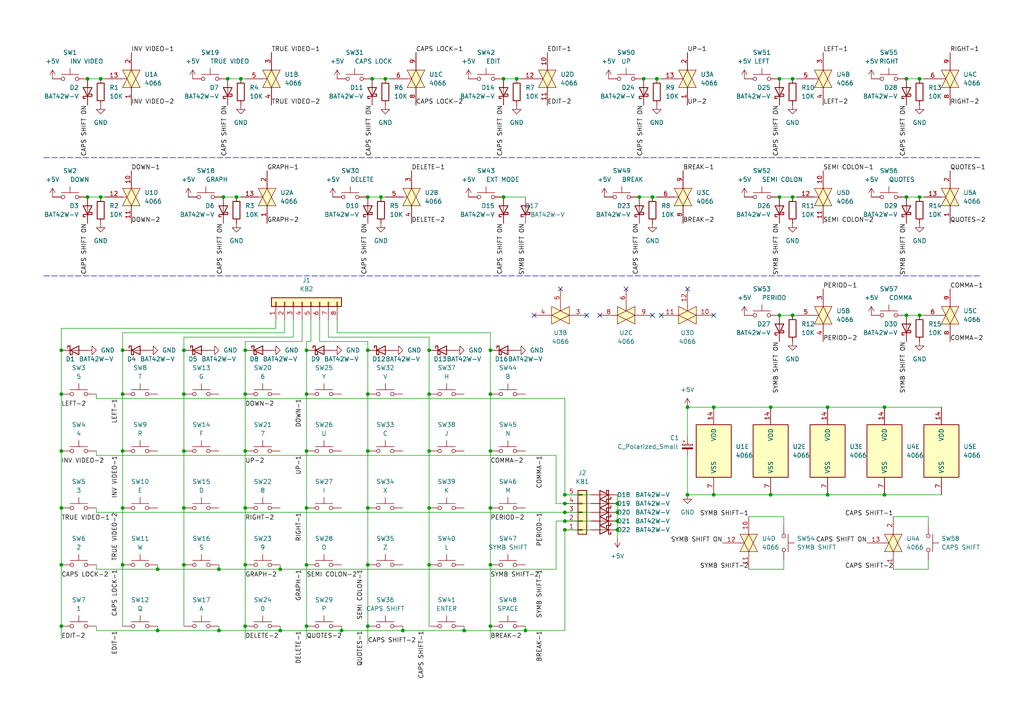
<source format=kicad_sch>
(kicad_sch (version 20211123) (generator eeschema)
  (paper "A4")
  (lib_symbols
    (symbol "4xxx:4066" (pin_names (offset 1.016))
      (property "Reference" "U" (at -7.62 8.89 0))
      (property "Value" "4066" (at -7.62 -8.89 0))
      (symbol "4066_1_0"
        (pin passive line (at -7.62 0 0) (length 5.08) (name "~") (number "1"))
        (pin input line (at 0 7.62 270) (length 5.08) (name "~") (number "13"))
        (pin passive line (at 7.62 0 180) (length 5.08) (name "~") (number "2"))
      )
      (symbol "4066_2_0"
        (pin passive line (at 7.62 0 180) (length 5.08) (name "~") (number "3"))
        (pin passive line (at -7.62 0 0) (length 5.08) (name "~") (number "4"))
        (pin input line (at 0 7.62 270) (length 5.08) (name "~") (number "5"))
      )
      (symbol "4066_3_0"
        (pin input line (at 0 7.62 270) (length 5.08) (name "~") (number "6"))
        (pin passive line (at -7.62 0 0) (length 5.08) (name "~") (number "8"))
        (pin passive line (at 7.62 0 180) (length 5.08) (name "~") (number "9"))
      )
      (symbol "4066_4_0"
        (pin passive line (at 7.62 0 180) (length 5.08) (name "~") (number "10"))
        (pin passive line (at -7.62 0 0) (length 5.08) (name "~") (number "11"))
        (pin input line (at 0 7.62 270) (length 5.08) (name "~") (number "12"))
      )
      (symbol "4066_5_0"
        (pin power_in line (at 0 12.7 270) (length 5.08) (name "VDD") (number "14"))
        (pin power_in line (at 0 -12.7 90) (length 5.08) (name "VSS") (number "7"))
      )
    )
    (symbol "Connector_Generic:Conn_01x05" (pin_names (offset 1.016) hide)
      (property "Reference" "J" (at 0 7.62 0))
      (property "Value" "Conn_01x05" (at 0 -7.62 0))
      (symbol "Conn_01x05_1_1"
        (pin passive line (at -5.08 5.08 0) (length 3.81) (name "Pin_1") (number "1"))
        (pin passive line (at -5.08 2.54 0) (length 3.81) (name "Pin_2") (number "2"))
        (pin passive line (at -5.08 0 0) (length 3.81) (name "Pin_3") (number "3"))
        (pin passive line (at -5.08 -2.54 0) (length 3.81) (name "Pin_4") (number "4"))
        (pin passive line (at -5.08 -5.08 0) (length 3.81) (name "Pin_5") (number "5"))
      )
    )
    (symbol "Connector_Generic:Conn_01x08" (pin_names (offset 1.016) hide)
      (property "Reference" "J" (at 0 10.16 0))
      (property "Value" "Conn_01x08" (at 0 -12.7 0))
      (symbol "Conn_01x08_1_1"
        (pin passive line (at -5.08 7.62 0) (length 3.81) (name "Pin_1") (number "1"))
        (pin passive line (at -5.08 5.08 0) (length 3.81) (name "Pin_2") (number "2"))
        (pin passive line (at -5.08 2.54 0) (length 3.81) (name "Pin_3") (number "3"))
        (pin passive line (at -5.08 0 0) (length 3.81) (name "Pin_4") (number "4"))
        (pin passive line (at -5.08 -2.54 0) (length 3.81) (name "Pin_5") (number "5"))
        (pin passive line (at -5.08 -5.08 0) (length 3.81) (name "Pin_6") (number "6"))
        (pin passive line (at -5.08 -7.62 0) (length 3.81) (name "Pin_7") (number "7"))
        (pin passive line (at -5.08 -10.16 0) (length 3.81) (name "Pin_8") (number "8"))
      )
    )
    (symbol "Device:C_Polarized_Small" (pin_numbers hide) (pin_names (offset 0.254) hide)
      (property "Reference" "C" (at 0.254 1.778 0))
      (property "Value" "C_Polarized_Small" (at 0.254 -2.032 0))
      (symbol "C_Polarized_Small_1_1"
        (pin passive line (at 0 2.54 270) (length 1.8542) (name "~") (number "1"))
        (pin passive line (at 0 -2.54 90) (length 1.8542) (name "~") (number "2"))
      )
    )
    (symbol "Device:R" (pin_numbers hide) (pin_names (offset 0))
      (property "Reference" "R" (at 2.032 0 90))
      (property "Value" "R" (at 0 0 90))
      (symbol "R_1_1"
        (pin passive line (at 0 3.81 270) (length 1.27) (name "~") (number "1"))
        (pin passive line (at 0 -3.81 90) (length 1.27) (name "~") (number "2"))
      )
    )
    (symbol "Diode:BAT42W-V" (pin_numbers hide) (pin_names (offset 1.016) hide)
      (property "Reference" "D" (at 0 2.54 0))
      (property "Value" "BAT42W-V" (at 0 -2.54 0))
      (symbol "BAT42W-V_1_1"
        (pin passive line (at -3.81 0 0) (length 2.54) (name "K") (number "1"))
        (pin passive line (at 3.81 0 180) (length 2.54) (name "A") (number "2"))
      )
    )
    (symbol "Switch:SW_Push" (pin_numbers hide) (pin_names (offset 1.016) hide)
      (property "Reference" "SW" (at 1.27 2.54 0))
      (property "Value" "SW_Push" (at 0 -1.524 0))
      (symbol "SW_Push_0_1"
        (pin passive line (at -5.08 0 0) (length 2.54) (name "1") (number "1"))
        (pin passive line (at 5.08 0 180) (length 2.54) (name "2") (number "2"))
      )
    )
    (symbol "power:+5V" (power) (pin_names (offset 0))
      (property "Value" "+5V" (at 0 3.556 0))
      (symbol "+5V_1_1"
        (pin power_in line (at 0 0 90) (length 0) hide (name "+5V") (number "1"))
      )
    )
    (symbol "power:GND" (power) (pin_names (offset 0))
      (property "Value" "GND" (at 0 -3.81 0))
      (symbol "GND_1_1"
        (pin power_in line (at 0 0 270) (length 0) hide (name "GND") (number "1"))
      )
    )
  )
  (junction (at 266.7 22.86))
  (junction (at 106.68 114.3))
  (junction (at 88.9 163.83))
  (junction (at 88.9 181.61))
  (junction (at 53.34 101.6))
  (junction (at 223.52 143.51))
  (junction (at 163.83 151.13))
  (junction (at 179.07 151.13))
  (junction (at 124.46 147.32))
  (junction (at 81.28 165.1))
  (junction (at 256.54 143.51))
  (junction (at 124.46 101.6))
  (junction (at 53.34 130.81))
  (junction (at 223.52 118.11))
  (junction (at 71.12 130.81))
  (junction (at 229.87 57.15))
  (junction (at 266.7 57.15))
  (junction (at 71.12 147.32))
  (junction (at 134.62 182.88))
  (junction (at 229.87 22.86))
  (junction (at 81.28 182.88))
  (junction (at 124.46 130.81))
  (junction (at 207.01 143.51))
  (junction (at 71.12 101.6))
  (junction (at 17.78 163.83))
  (junction (at 64.77 57.15))
  (junction (at 142.24 114.3))
  (junction (at 68.58 57.15))
  (junction (at 88.9 101.6))
  (junction (at 146.05 22.86))
  (junction (at 71.12 181.61))
  (junction (at 142.24 181.61))
  (junction (at 35.56 147.32))
  (junction (at 226.06 91.44))
  (junction (at 116.84 182.88))
  (junction (at 262.89 22.86))
  (junction (at 53.34 114.3))
  (junction (at 45.72 165.1))
  (junction (at 229.87 91.44))
  (junction (at 71.12 163.83))
  (junction (at 163.83 153.67))
  (junction (at 199.39 143.51))
  (junction (at 142.24 101.6))
  (junction (at 124.46 163.83))
  (junction (at 107.95 22.86))
  (junction (at 66.04 22.86))
  (junction (at 124.46 114.3))
  (junction (at 17.78 114.3))
  (junction (at 25.4 57.15))
  (junction (at 240.03 143.51))
  (junction (at 99.06 182.88))
  (junction (at 45.72 182.88))
  (junction (at 163.83 143.51))
  (junction (at 63.5 182.88))
  (junction (at 53.34 163.83))
  (junction (at 69.85 22.86))
  (junction (at 226.06 22.86))
  (junction (at 29.21 57.15))
  (junction (at 190.5 22.86))
  (junction (at 149.86 22.86))
  (junction (at 142.24 130.81))
  (junction (at 35.56 101.6))
  (junction (at 63.5 165.1))
  (junction (at 106.68 57.15))
  (junction (at 142.24 163.83))
  (junction (at 106.68 101.6))
  (junction (at 179.07 148.59))
  (junction (at 240.03 118.11))
  (junction (at 179.07 146.05))
  (junction (at 186.69 22.86))
  (junction (at 179.07 153.67))
  (junction (at 88.9 130.81))
  (junction (at 185.42 57.15))
  (junction (at 17.78 181.61))
  (junction (at 106.68 130.81))
  (junction (at 35.56 130.81))
  (junction (at 163.83 148.59))
  (junction (at 207.01 118.11))
  (junction (at 17.78 101.6))
  (junction (at 17.78 130.81))
  (junction (at 71.12 114.3))
  (junction (at 256.54 118.11))
  (junction (at 152.4 182.88))
  (junction (at 266.7 91.44))
  (junction (at 226.06 57.15))
  (junction (at 262.89 91.44))
  (junction (at 35.56 163.83))
  (junction (at 106.68 181.61))
  (junction (at 88.9 114.3))
  (junction (at 106.68 163.83))
  (junction (at 53.34 147.32))
  (junction (at 106.68 147.32))
  (junction (at 142.24 147.32))
  (junction (at 146.05 57.15))
  (junction (at 262.89 57.15))
  (junction (at 25.4 22.86))
  (junction (at 88.9 147.32))
  (junction (at 35.56 114.3))
  (junction (at 163.83 146.05))
  (junction (at 189.23 57.15))
  (junction (at 199.39 118.11))
  (junction (at 111.76 22.86))
  (junction (at 29.21 22.86))
  (junction (at 17.78 147.32))
  (junction (at 110.49 57.15))
  (no_connect (at 170.18 91.44))
  (no_connect (at 181.61 83.82))
  (no_connect (at 154.94 91.44))
  (no_connect (at 207.01 91.44))
  (no_connect (at 189.23 91.44))
  (no_connect (at 191.77 91.44))
  (no_connect (at 173.99 91.44))
  (no_connect (at 162.56 83.82))
  (no_connect (at 199.39 83.82))
  (wire (pts (xy 53.34 97.79) (xy 53.34 101.6)))
  (wire (pts (xy 71.12 181.61) (xy 71.12 185.42)))
  (wire (pts (xy 82.55 92.71) (xy 82.55 96.52)))
  (wire (pts (xy 17.78 147.32) (xy 17.78 163.83)))
  (wire (pts (xy 190.5 22.86) (xy 191.77 22.86)))
  (wire (pts (xy 163.83 153.67) (xy 171.45 153.67)))
  (wire (pts (xy 106.68 99.06) (xy 106.68 101.6)))
  (wire (pts (xy 85.09 97.79) (xy 53.34 97.79)))
  (wire (pts (xy 134.62 181.61) (xy 134.62 182.88)))
  (wire (pts (xy 163.83 146.05) (xy 161.29 146.05)))
  (wire (pts (xy 27.94 115.57) (xy 27.94 114.3)))
  (wire (pts (xy 27.94 165.1) (xy 45.72 165.1)))
  (wire (pts (xy 17.78 163.83) (xy 17.78 181.61)))
  (wire (pts (xy 163.83 151.13) (xy 161.29 151.13)))
  (wire (pts (xy 80.01 92.71) (xy 80.01 95.25)))
  (wire (pts (xy 266.7 22.86) (xy 267.97 22.86)))
  (wire (pts (xy 223.52 118.11) (xy 240.03 118.11)))
  (wire (pts (xy 71.12 147.32) (xy 71.12 163.83)))
  (wire (pts (xy 124.46 97.79) (xy 124.46 101.6)))
  (wire (pts (xy 124.46 163.83) (xy 124.46 181.61)))
  (wire (pts (xy 106.68 181.61) (xy 106.68 186.69)))
  (wire (pts (xy 17.78 114.3) (xy 17.78 130.81)))
  (polyline (pts (xy 12.7 80.01) (xy 284.48 80.01)))
  (wire (pts (xy 269.24 165.1) (xy 269.24 162.56)))
  (wire (pts (xy 199.39 127) (xy 199.39 118.11)))
  (wire (pts (xy 110.49 57.15) (xy 111.76 57.15)))
  (wire (pts (xy 106.68 57.15) (xy 110.49 57.15)))
  (wire (pts (xy 53.34 114.3) (xy 53.34 130.81)))
  (wire (pts (xy 106.68 147.32) (xy 106.68 163.83)))
  (wire (pts (xy 27.94 148.59) (xy 163.83 148.59)))
  (wire (pts (xy 152.4 182.88) (xy 163.83 182.88)))
  (wire (pts (xy 142.24 101.6) (xy 142.24 114.3)))
  (wire (pts (xy 227.33 149.86) (xy 227.33 152.4)))
  (wire (pts (xy 53.34 147.32) (xy 53.34 163.83)))
  (wire (pts (xy 146.05 57.15) (xy 152.4 57.15)))
  (wire (pts (xy 124.46 114.3) (xy 124.46 130.81)))
  (wire (pts (xy 223.52 143.51) (xy 240.03 143.51)))
  (wire (pts (xy 25.4 22.86) (xy 29.21 22.86)))
  (wire (pts (xy 63.5 182.88) (xy 81.28 182.88)))
  (wire (pts (xy 199.39 118.11) (xy 207.01 118.11)))
  (wire (pts (xy 161.29 151.13) (xy 161.29 165.1)))
  (wire (pts (xy 116.84 182.88) (xy 134.62 182.88)))
  (wire (pts (xy 207.01 143.51) (xy 223.52 143.51)))
  (wire (pts (xy 186.69 22.86) (xy 190.5 22.86)))
  (wire (pts (xy 27.94 147.32) (xy 27.94 148.59)))
  (wire (pts (xy 124.46 101.6) (xy 124.46 114.3)))
  (wire (pts (xy 27.94 115.57) (xy 163.83 115.57)))
  (wire (pts (xy 97.79 92.71) (xy 97.79 96.52)))
  (wire (pts (xy 142.24 96.52) (xy 142.24 101.6)))
  (wire (pts (xy 90.17 99.06) (xy 88.9 99.06)))
  (wire (pts (xy 71.12 130.81) (xy 71.12 147.32)))
  (wire (pts (xy 179.07 146.05) (xy 179.07 148.59)))
  (wire (pts (xy 81.28 165.1) (xy 161.29 165.1)))
  (wire (pts (xy 142.24 163.83) (xy 142.24 181.61)))
  (wire (pts (xy 71.12 163.83) (xy 71.12 181.61)))
  (wire (pts (xy 161.29 132.08) (xy 27.94 132.08)))
  (wire (pts (xy 161.29 146.05) (xy 161.29 132.08)))
  (wire (pts (xy 134.62 182.88) (xy 152.4 182.88)))
  (wire (pts (xy 53.34 163.83) (xy 53.34 181.61)))
  (wire (pts (xy 35.56 163.83) (xy 35.56 181.61)))
  (wire (pts (xy 269.24 149.86) (xy 269.24 152.4)))
  (wire (pts (xy 106.68 130.81) (xy 106.68 147.32)))
  (wire (pts (xy 27.94 182.88) (xy 27.94 181.61)))
  (wire (pts (xy 152.4 181.61) (xy 152.4 182.88)))
  (wire (pts (xy 226.06 57.15) (xy 229.87 57.15)))
  (wire (pts (xy 82.55 96.52) (xy 35.56 96.52)))
  (wire (pts (xy 163.83 151.13) (xy 171.45 151.13)))
  (wire (pts (xy 17.78 130.81) (xy 17.78 147.32)))
  (wire (pts (xy 80.01 95.25) (xy 17.78 95.25)))
  (wire (pts (xy 71.12 114.3) (xy 71.12 130.81)))
  (wire (pts (xy 259.08 149.86) (xy 269.24 149.86)))
  (wire (pts (xy 69.85 22.86) (xy 71.12 22.86)))
  (wire (pts (xy 27.94 182.88) (xy 45.72 182.88)))
  (wire (pts (xy 88.9 130.81) (xy 88.9 147.32)))
  (wire (pts (xy 142.24 181.61) (xy 142.24 185.42)))
  (wire (pts (xy 163.83 153.67) (xy 163.83 182.88)))
  (wire (pts (xy 229.87 22.86) (xy 231.14 22.86)))
  (wire (pts (xy 124.46 147.32) (xy 124.46 163.83)))
  (wire (pts (xy 95.25 97.79) (xy 124.46 97.79)))
  (wire (pts (xy 17.78 95.25) (xy 17.78 101.6)))
  (wire (pts (xy 17.78 101.6) (xy 17.78 114.3)))
  (wire (pts (xy 199.39 132.08) (xy 199.39 143.51)))
  (wire (pts (xy 88.9 147.32) (xy 88.9 163.83)))
  (wire (pts (xy 35.56 101.6) (xy 35.56 114.3)))
  (wire (pts (xy 63.5 163.83) (xy 63.5 165.1)))
  (wire (pts (xy 106.68 163.83) (xy 106.68 181.61)))
  (wire (pts (xy 240.03 143.51) (xy 256.54 143.51)))
  (wire (pts (xy 256.54 118.11) (xy 273.05 118.11)))
  (wire (pts (xy 189.23 57.15) (xy 190.5 57.15)))
  (wire (pts (xy 87.63 92.71) (xy 87.63 99.06)))
  (wire (pts (xy 262.89 22.86) (xy 266.7 22.86)))
  (wire (pts (xy 163.83 146.05) (xy 171.45 146.05)))
  (wire (pts (xy 107.95 22.86) (xy 111.76 22.86)))
  (wire (pts (xy 27.94 165.1) (xy 27.94 163.83)))
  (wire (pts (xy 71.12 99.06) (xy 71.12 101.6)))
  (wire (pts (xy 262.89 57.15) (xy 266.7 57.15)))
  (wire (pts (xy 17.78 181.61) (xy 17.78 185.42)))
  (wire (pts (xy 179.07 153.67) (xy 179.07 156.21)))
  (wire (pts (xy 88.9 99.06) (xy 88.9 101.6)))
  (wire (pts (xy 227.33 165.1) (xy 227.33 162.56)))
  (wire (pts (xy 45.72 182.88) (xy 63.5 182.88)))
  (wire (pts (xy 64.77 57.15) (xy 68.58 57.15)))
  (wire (pts (xy 29.21 22.86) (xy 30.48 22.86)))
  (wire (pts (xy 66.04 22.86) (xy 69.85 22.86)))
  (wire (pts (xy 163.83 143.51) (xy 171.45 143.51)))
  (wire (pts (xy 240.03 118.11) (xy 256.54 118.11)))
  (wire (pts (xy 25.4 57.15) (xy 29.21 57.15)))
  (wire (pts (xy 81.28 163.83) (xy 81.28 165.1)))
  (wire (pts (xy 207.01 118.11) (xy 223.52 118.11)))
  (wire (pts (xy 266.7 91.44) (xy 267.97 91.44)))
  (wire (pts (xy 124.46 130.81) (xy 124.46 147.32)))
  (wire (pts (xy 35.56 147.32) (xy 35.56 163.83)))
  (wire (pts (xy 71.12 101.6) (xy 71.12 114.3)))
  (wire (pts (xy 142.24 114.3) (xy 142.24 130.81)))
  (wire (pts (xy 259.08 165.1) (xy 269.24 165.1)))
  (wire (pts (xy 45.72 181.61) (xy 45.72 182.88)))
  (wire (pts (xy 97.79 96.52) (xy 142.24 96.52)))
  (wire (pts (xy 146.05 22.86) (xy 149.86 22.86)))
  (wire (pts (xy 229.87 57.15) (xy 231.14 57.15)))
  (wire (pts (xy 266.7 57.15) (xy 267.97 57.15)))
  (wire (pts (xy 81.28 181.61) (xy 81.28 182.88)))
  (wire (pts (xy 35.56 96.52) (xy 35.56 101.6)))
  (wire (pts (xy 217.17 165.1) (xy 227.33 165.1)))
  (wire (pts (xy 179.07 143.51) (xy 179.07 146.05)))
  (wire (pts (xy 199.39 143.51) (xy 207.01 143.51)))
  (wire (pts (xy 63.5 181.61) (xy 63.5 182.88)))
  (wire (pts (xy 142.24 147.32) (xy 142.24 163.83)))
  (wire (pts (xy 92.71 92.71) (xy 92.71 99.06)))
  (wire (pts (xy 111.76 22.86) (xy 113.03 22.86)))
  (wire (pts (xy 163.83 148.59) (xy 171.45 148.59)))
  (wire (pts (xy 85.09 92.71) (xy 85.09 97.79)))
  (wire (pts (xy 27.94 130.81) (xy 27.94 132.08)))
  (wire (pts (xy 106.68 114.3) (xy 106.68 130.81)))
  (wire (pts (xy 142.24 130.81) (xy 142.24 147.32)))
  (wire (pts (xy 45.72 163.83) (xy 45.72 165.1)))
  (wire (pts (xy 88.9 101.6) (xy 88.9 114.3)))
  (wire (pts (xy 81.28 182.88) (xy 99.06 182.88)))
  (wire (pts (xy 35.56 130.81) (xy 35.56 147.32)))
  (wire (pts (xy 92.71 99.06) (xy 106.68 99.06)))
  (wire (pts (xy 262.89 91.44) (xy 266.7 91.44)))
  (wire (pts (xy 95.25 92.71) (xy 95.25 97.79)))
  (polyline (pts (xy 12.7 45.72) (xy 284.48 45.72)))
  (wire (pts (xy 217.17 149.86) (xy 227.33 149.86)))
  (wire (pts (xy 35.56 114.3) (xy 35.56 130.81)))
  (wire (pts (xy 99.06 181.61) (xy 99.06 182.88)))
  (wire (pts (xy 226.06 91.44) (xy 229.87 91.44)))
  (wire (pts (xy 179.07 151.13) (xy 179.07 153.67)))
  (wire (pts (xy 99.06 182.88) (xy 116.84 182.88)))
  (wire (pts (xy 163.83 115.57) (xy 163.83 143.51)))
  (wire (pts (xy 53.34 101.6) (xy 53.34 114.3)))
  (wire (pts (xy 90.17 92.71) (xy 90.17 99.06)))
  (wire (pts (xy 88.9 163.83) (xy 88.9 181.61)))
  (wire (pts (xy 185.42 57.15) (xy 189.23 57.15)))
  (wire (pts (xy 87.63 99.06) (xy 71.12 99.06)))
  (wire (pts (xy 45.72 165.1) (xy 63.5 165.1)))
  (wire (pts (xy 63.5 165.1) (xy 81.28 165.1)))
  (wire (pts (xy 116.84 181.61) (xy 116.84 182.88)))
  (wire (pts (xy 88.9 114.3) (xy 88.9 130.81)))
  (wire (pts (xy 256.54 143.51) (xy 273.05 143.51)))
  (wire (pts (xy 68.58 57.15) (xy 69.85 57.15)))
  (wire (pts (xy 149.86 22.86) (xy 151.13 22.86)))
  (wire (pts (xy 53.34 130.81) (xy 53.34 147.32)))
  (wire (pts (xy 179.07 148.59) (xy 179.07 151.13)))
  (wire (pts (xy 106.68 101.6) (xy 106.68 114.3)))
  (wire (pts (xy 229.87 91.44) (xy 231.14 91.44)))
  (wire (pts (xy 226.06 22.86) (xy 229.87 22.86)))
  (wire (pts (xy 29.21 57.15) (xy 30.48 57.15)))
  (wire (pts (xy 88.9 181.61) (xy 88.9 185.42)))
  (label "GRAPH-1" (at 77.47 49.53 0))
  (label "DOWN-2" (at 71.12 118.11 0))
  (label "TRUE VIDEO-2" (at 78.74 30.48 0))
  (label "INV VIDEO-2" (at 38.1 30.48 0))
  (label "DOWN-1" (at 87.63 115.57 270))
  (label "CAPS SHIFT ON" (at 226.06 30.48 270))
  (label "DOWN-2" (at 38.1 64.77 0))
  (label "CAPS SHIFT-1" (at 259.08 149.86 180))
  (label "RIGHT-1" (at 275.59 15.24 0))
  (label "TRUE VIDEO-1" (at 17.78 151.13 0))
  (label "CAPS LOCK-2" (at 120.65 30.48 0))
  (label "LEFT-2" (at 17.78 118.11 0))
  (label "LEFT-1" (at 34.29 115.57 270))
  (label "UP-1" (at 199.39 15.24 0))
  (label "EDIT-1" (at 158.75 15.24 0))
  (label "QUOTES-1" (at 105.41 182.88 270))
  (label "INV VIDEO-1" (at 38.1 15.24 0))
  (label "TRUE VIDEO-2" (at 34.29 148.59 270))
  (label "SYMB SHIFT-1" (at 217.17 149.86 180))
  (label "PERIOD-2" (at 238.76 99.06 0))
  (label "SEMI COLON-2" (at 238.76 64.77 0))
  (label "QUOTES-2" (at 275.59 64.77 0))
  (label "BREAK-1" (at 198.12 49.53 0))
  (label "COMMA-2" (at 275.59 99.06 0))
  (label "CAPS SHIFT ON" (at 146.05 64.77 270))
  (label "COMMA-1" (at 275.59 83.82 0))
  (label "CAPS SHIFT-2" (at 259.08 165.1 180))
  (label "CAPS SHIFT ON" (at 107.95 30.48 270))
  (label "CAPS SHIFT ON" (at 64.77 64.77 270))
  (label "SYMB SHIFT-2" (at 142.24 167.64 0))
  (label "RIGHT-2" (at 71.12 151.13 0))
  (label "CAPS SHIFT ON" (at 25.4 30.48 270))
  (label "QUOTES-2" (at 88.9 185.42 0))
  (label "SYMB SHIFT ON" (at 262.89 99.06 270))
  (label "CAPS SHIFT ON" (at 186.69 30.48 270))
  (label "CAPS SHIFT ON" (at 66.04 30.48 270))
  (label "UP-2" (at 199.39 30.48 0))
  (label "GRAPH-1" (at 87.63 165.1 270))
  (label "CAPS LOCK-1" (at 34.29 165.1 270))
  (label "DELETE-1" (at 119.38 49.53 0))
  (label "CAPS SHIFT-2" (at 106.68 186.69 0))
  (label "UP-2" (at 71.12 134.62 0))
  (label "PERIOD-1" (at 238.76 83.82 0))
  (label "INV VIDEO-2" (at 17.78 134.62 0))
  (label "DELETE-2" (at 119.38 64.77 0))
  (label "INV VIDEO-1" (at 34.29 132.08 270))
  (label "CAPS LOCK-1" (at 120.65 15.24 0))
  (label "CAPS SHIFT ON" (at 106.68 64.77 270))
  (label "BREAK-2" (at 198.12 64.77 0))
  (label "LEFT-2" (at 238.76 30.48 0))
  (label "DELETE-2" (at 71.12 185.42 0))
  (label "COMMA-2" (at 142.24 134.62 0))
  (label "SEMI COLON-1" (at 105.41 165.1 270))
  (label "CAPS SHIFT ON" (at 251.46 157.48 180))
  (label "TRUE VIDEO-1" (at 78.74 15.24 0))
  (label "SYMB SHIFT ON" (at 226.06 99.06 270))
  (label "PERIOD-1" (at 157.48 148.59 270))
  (label "GRAPH-2" (at 71.12 167.64 0))
  (label "CAPS SHIFT-1" (at 123.19 182.88 270))
  (label "BREAK-2" (at 142.24 185.42 0))
  (label "SYMB SHIFT-2" (at 217.17 165.1 180))
  (label "PERIOD-2" (at 142.24 151.13 0))
  (label "SEMI COLON-2" (at 88.9 167.64 0))
  (label "EDIT-2" (at 17.78 185.42 0))
  (label "CAPS SHIFT ON" (at 262.89 30.48 270))
  (label "GRAPH-2" (at 77.47 64.77 0))
  (label "RIGHT-1" (at 87.63 148.59 270))
  (label "EDIT-2" (at 158.75 30.48 0))
  (label "DELETE-1" (at 87.63 182.88 270))
  (label "DOWN-1" (at 38.1 49.53 0))
  (label "CAPS SHIFT ON" (at 185.42 64.77 270))
  (label "SYMB SHIFT ON" (at 226.06 64.77 270))
  (label "SYMB SHIFT ON" (at 152.4 64.77 270))
  (label "COMMA-1" (at 157.48 132.08 270))
  (label "EDIT-1" (at 34.29 182.88 270))
  (label "QUOTES-1" (at 275.59 49.53 0))
  (label "UP-1" (at 87.63 132.08 270))
  (label "CAPS LOCK-2" (at 17.78 167.64 0))
  (label "CAPS SHIFT ON" (at 25.4 64.77 270))
  (label "SYMB SHIFT ON" (at 262.89 64.77 270))
  (label "RIGHT-2" (at 275.59 30.48 0))
  (label "CAPS SHIFT ON" (at 146.05 30.48 270))
  (label "SEMI COLON-1" (at 238.76 49.53 0))
  (label "BREAK-1" (at 157.48 182.88 270))
  (label "LEFT-1" (at 238.76 15.24 0))
  (label "SYMB SHIFT ON" (at 209.55 157.48 180))
  (label "SYMB SHIFT-1" (at 157.48 165.1 270))
  (symbol (lib_id "Switch:SW_Push") (at 40.64 181.61 0) (unit 1)
    (property "Reference" "SW12" (at 40.64 173.99 0))
    (property "Value" "Q" (at 40.64 176.53 0))
    (property "Footprint" "Switch_Keyboard_Cherry_MX:SW_Cherry_MX_PCB_1.00u" (effects hide))
  )
  (symbol (lib_id "power:GND") (at 110.49 64.77 0) (unit 1)
    (property "Reference" "#PWR016" (effects hide))
    (property "Value" "GND" (at 110.49 69.85 0))
  )
  (symbol (lib_id "Connector_Generic:Conn_01x08") (at 87.63 87.63 90) (unit 1)
    (property "Reference" "J1" (at 88.9 81.28 90))
    (property "Value" "KB2" (at 88.9 83.82 90))
    (property "Footprint" "Connector_PinHeader_2.54mm:PinHeader_1x08_P2.54mm_Vertical" (effects hide))
  )
  (symbol (lib_id "Switch:SW_Push") (at 101.6 57.15 0) (unit 1)
    (property "Reference" "SW30" (at 101.6 49.53 0))
    (property "Value" "DELETE" (at 101.6 52.07 0) (effects (justify left)))
    (property "Footprint" "Switch_Keyboard_Cherry_MX:SW_Cherry_MX_PCB_1.50u" (effects hide))
  )
  (symbol (lib_id "Switch:SW_Push") (at 111.76 181.61 0) (unit 1)
    (property "Reference" "SW36" (at 111.76 173.99 0))
    (property "Value" "CAPS SHIFT" (at 111.76 176.53 0))
    (property "Footprint" "Switch_Keyboard_Cherry_MX:SW_Cherry_MX_PCB_2.25u" (effects hide))
  )
  (symbol (lib_id "Diode:BAT42W-V") (at 262.89 60.96 90) (unit 1)
    (property "Reference" "D29" (at 260.35 59.69 90) (effects (justify left)))
    (property "Value" "BAT42W-V" (at 260.35 62.23 90) (effects (justify left)))
    (property "Footprint" "Diode_SMD:D_SOD-123" (effects hide))
    (property "Datasheet" "http://www.vishay.com/docs/85660/bat42.pdf" (effects hide))
  )
  (symbol (lib_id "Diode:BAT42W-V") (at 226.06 95.25 90) (unit 1)
    (property "Reference" "D27" (at 223.52 93.98 90) (effects (justify left)))
    (property "Value" "BAT42W-V" (at 223.52 96.52 90) (effects (justify left)))
    (property "Footprint" "Diode_SMD:D_SOD-123" (effects hide))
    (property "Datasheet" "http://www.vishay.com/docs/85660/bat42.pdf" (effects hide))
  )
  (symbol (lib_id "Switch:SW_Push") (at 40.64 114.3 0) (unit 1)
    (property "Reference" "SW8" (at 40.64 106.68 0))
    (property "Value" "T" (at 40.64 109.22 0))
    (property "Footprint" "Switch_Keyboard_Cherry_MX:SW_Cherry_MX_PCB_1.00u" (effects hide))
  )
  (symbol (lib_id "Device:R") (at 266.7 26.67 0) (unit 1)
    (property "Reference" "R13" (at 269.24 25.3999 0) (effects (justify left)))
    (property "Value" "10K" (at 269.24 27.9399 0) (effects (justify left)))
    (property "Footprint" "Resistor_SMD:R_0805_2012Metric_Pad1.20x1.40mm_HandSolder" (effects hide))
  )
  (symbol (lib_id "Diode:BAT42W-V") (at 21.59 101.6 0) (unit 1)
    (property "Reference" "D1" (at 19.05 104.14 0) (effects (justify left)))
    (property "Value" "BAT42W-V" (at 22.86 104.14 0) (effects (justify left)))
    (property "Footprint" "Diode_SMD:D_SOD-123" (effects hide))
    (property "Datasheet" "http://www.vishay.com/docs/85660/bat42.pdf" (effects hide))
  )
  (symbol (lib_id "Device:R") (at 69.85 26.67 0) (unit 1)
    (property "Reference" "R4" (at 72.39 25.3999 0) (effects (justify left)))
    (property "Value" "10K" (at 72.39 27.9399 0) (effects (justify left)))
    (property "Footprint" "Resistor_SMD:R_0805_2012Metric_Pad1.20x1.40mm_HandSolder" (effects hide))
  )
  (symbol (lib_id "power:GND") (at 60.96 101.6 90) (unit 1)
    (property "Reference" "#PWR09" (effects hide))
    (property "Value" "GND" (at 64.77 101.5999 90) (effects (justify right)))
  )
  (symbol (lib_id "Diode:BAT42W-V") (at 64.77 60.96 90) (unit 1)
    (property "Reference" "D6" (at 62.23 59.69 90) (effects (justify left)))
    (property "Value" "BAT42W-V" (at 62.23 62.23 90) (effects (justify left)))
    (property "Footprint" "Diode_SMD:D_SOD-123" (effects hide))
    (property "Datasheet" "http://www.vishay.com/docs/85660/bat42.pdf" (effects hide))
  )
  (symbol (lib_id "power:GND") (at 189.23 64.77 0) (unit 1)
    (property "Reference" "#PWR027" (effects hide))
    (property "Value" "GND" (at 189.23 69.85 0))
  )
  (symbol (lib_id "4xxx:4066") (at 158.75 22.86 90) (unit 4)
    (property "Reference" "U2" (at 162.56 21.5899 90) (effects (justify right)))
    (property "Value" "4066" (at 162.56 24.1299 90) (effects (justify right)))
    (property "Footprint" "Package_SO:SOIC-14-16_3.9x9.9mm_P1.27mm" (effects hide))
    (property "Datasheet" "http://www.ti.com/lit/ds/symlink/cd4066b.pdf" (effects hide))
  )
  (symbol (lib_id "4xxx:4066") (at 275.59 57.15 90) (unit 1)
    (property "Reference" "U5" (at 279.4 55.8799 90) (effects (justify right)))
    (property "Value" "4066" (at 279.4 58.4199 90) (effects (justify right)))
    (property "Footprint" "Package_SO:SOIC-14-16_3.9x9.9mm_P1.27mm" (effects hide))
    (property "Datasheet" "http://www.ti.com/lit/ds/symlink/cd4066b.pdf" (effects hide))
  )
  (symbol (lib_id "Switch:SW_Push") (at 147.32 147.32 0) (unit 1)
    (property "Reference" "SW46" (at 147.32 139.7 0))
    (property "Value" "M" (at 147.32 142.24 0))
    (property "Footprint" "Switch_Keyboard_Cherry_MX:SW_Cherry_MX_PCB_1.00u" (effects hide))
  )
  (symbol (lib_id "Diode:BAT42W-V") (at 262.89 95.25 90) (unit 1)
    (property "Reference" "D30" (at 260.35 93.98 90) (effects (justify left)))
    (property "Value" "BAT42W-V" (at 260.35 96.52 90) (effects (justify left)))
    (property "Footprint" "Diode_SMD:D_SOD-123" (effects hide))
    (property "Datasheet" "http://www.vishay.com/docs/85660/bat42.pdf" (effects hide))
  )
  (symbol (lib_id "Diode:BAT42W-V") (at 128.27 101.6 0) (unit 1)
    (property "Reference" "D13" (at 125.73 104.14 0) (effects (justify left)))
    (property "Value" "BAT42W-V" (at 129.54 104.14 0) (effects (justify left)))
    (property "Footprint" "Diode_SMD:D_SOD-123" (effects hide))
    (property "Datasheet" "http://www.vishay.com/docs/85660/bat42.pdf" (effects hide))
  )
  (symbol (lib_id "4xxx:4066") (at 162.56 91.44 0) (unit 2)
    (property "Reference" "U3" (at 162.56 96.52 0))
    (property "Value" "4066" (at 162.56 99.06 0))
    (property "Footprint" "Package_SO:SOIC-14-16_3.9x9.9mm_P1.27mm" (effects hide))
    (property "Datasheet" "http://www.ti.com/lit/ds/symlink/cd4066b.pdf" (effects hide))
  )
  (symbol (lib_id "Switch:SW_Push") (at 22.86 163.83 0) (unit 1)
    (property "Reference" "SW6" (at 22.86 156.21 0))
    (property "Value" "2" (at 22.86 158.75 0))
    (property "Footprint" "Switch_Keyboard_Cherry_MX:SW_Cherry_MX_PCB_1.00u" (effects hide))
  )
  (symbol (lib_id "4xxx:4066") (at 217.17 157.48 90) (unit 4)
    (property "Reference" "U4" (at 220.98 156.2099 90) (effects (justify right)))
    (property "Value" "4066" (at 220.98 158.7499 90) (effects (justify right)))
    (property "Footprint" "Package_SO:SOIC-14-16_3.9x9.9mm_P1.27mm" (effects hide))
    (property "Datasheet" "http://www.ti.com/lit/ds/symlink/cd4066b.pdf" (effects hide))
  )
  (symbol (lib_id "4xxx:4066") (at 198.12 57.15 90) (unit 3)
    (property "Reference" "U3" (at 201.93 55.8799 90) (effects (justify right)))
    (property "Value" "4066" (at 201.93 58.4199 90) (effects (justify right)))
    (property "Footprint" "Package_SO:SOIC-14-16_3.9x9.9mm_P1.27mm" (effects hide))
    (property "Datasheet" "http://www.ti.com/lit/ds/symlink/cd4066b.pdf" (effects hide))
  )
  (symbol (lib_id "power:+5V") (at 215.9 22.86 0) (unit 1)
    (property "Reference" "#PWR031" (effects hide))
    (property "Value" "+5V" (at 215.9 17.78 0))
  )
  (symbol (lib_id "Switch:SW_Push") (at 93.98 181.61 0) (unit 1)
    (property "Reference" "SW29" (at 93.98 173.99 0))
    (property "Value" "P" (at 93.98 176.53 0))
    (property "Footprint" "Switch_Keyboard_Cherry_MX:SW_Cherry_MX_PCB_1.00u" (effects hide))
  )
  (symbol (lib_id "Switch:SW_Push") (at 60.96 22.86 0) (unit 1)
    (property "Reference" "SW19" (at 60.96 15.24 0))
    (property "Value" "TRUE VIDEO" (at 60.96 17.78 0) (effects (justify left)))
    (property "Footprint" "Switch_Keyboard_Cherry_MX:SW_Cherry_MX_PCB_1.00u" (effects hide))
  )
  (symbol (lib_id "Device:R") (at 189.23 60.96 0) (unit 1)
    (property "Reference" "R8" (at 191.77 59.6899 0) (effects (justify left)))
    (property "Value" "10K" (at 191.77 62.2299 0) (effects (justify left)))
    (property "Footprint" "Resistor_SMD:R_0805_2012Metric_Pad1.20x1.40mm_HandSolder" (effects hide))
  )
  (symbol (lib_id "Switch:SW_Push") (at 58.42 163.83 0) (unit 1)
    (property "Reference" "SW16" (at 58.42 156.21 0))
    (property "Value" "S" (at 58.42 158.75 0))
    (property "Footprint" "Switch_Keyboard_Cherry_MX:SW_Cherry_MX_PCB_1.00u" (effects hide))
  )
  (symbol (lib_id "power:GND") (at 132.08 101.6 90) (unit 1)
    (property "Reference" "#PWR019" (effects hide))
    (property "Value" "GND" (at 135.89 101.5999 90) (effects (justify right)))
  )
  (symbol (lib_id "Switch:SW_Push") (at 59.69 57.15 0) (unit 1)
    (property "Reference" "SW18" (at 59.69 49.53 0))
    (property "Value" "GRAPH" (at 59.69 52.07 0) (effects (justify left)))
    (property "Footprint" "Switch_Keyboard_Cherry_MX:SW_Cherry_MX_PCB_1.00u" (effects hide))
  )
  (symbol (lib_id "Switch:SW_Push") (at 129.54 114.3 0) (unit 1)
    (property "Reference" "SW37" (at 129.54 106.68 0))
    (property "Value" "H" (at 129.54 109.22 0))
    (property "Footprint" "Switch_Keyboard_Cherry_MX:SW_Cherry_MX_PCB_1.00u" (effects hide))
  )
  (symbol (lib_id "Switch:SW_Push") (at 257.81 57.15 0) (unit 1)
    (property "Reference" "SW56" (at 257.81 49.53 0))
    (property "Value" "QUOTES" (at 257.81 52.07 0) (effects (justify left)))
    (property "Footprint" "Switch_Keyboard_Cherry_MX:SW_Cherry_MX_PCB_1.00u" (effects hide))
  )
  (symbol (lib_id "power:GND") (at 229.87 64.77 0) (unit 1)
    (property "Reference" "#PWR035" (effects hide))
    (property "Value" "GND" (at 229.87 69.85 0))
  )
  (symbol (lib_id "Diode:BAT42W-V") (at 92.71 101.6 0) (unit 1)
    (property "Reference" "D9" (at 90.17 104.14 0) (effects (justify left)))
    (property "Value" "BAT42W-V" (at 93.98 104.14 0) (effects (justify left)))
    (property "Footprint" "Diode_SMD:D_SOD-123" (effects hide))
    (property "Datasheet" "http://www.vishay.com/docs/85660/bat42.pdf" (effects hide))
  )
  (symbol (lib_id "Diode:BAT42W-V") (at 226.06 26.67 90) (unit 1)
    (property "Reference" "D25" (at 223.52 25.4 90) (effects (justify left)))
    (property "Value" "BAT42W-V" (at 223.52 27.94 90) (effects (justify left)))
    (property "Footprint" "Diode_SMD:D_SOD-123" (effects hide))
    (property "Datasheet" "http://www.vishay.com/docs/85660/bat42.pdf" (effects hide))
  )
  (symbol (lib_id "Diode:BAT42W-V") (at 175.26 143.51 180) (unit 1)
    (property "Reference" "D18" (at 182.88 143.51 0) (effects (justify left)))
    (property "Value" "BAT42W-V" (at 194.31 143.51 0) (effects (justify left)))
    (property "Footprint" "Diode_SMD:D_SOD-123" (effects hide))
    (property "Datasheet" "http://www.vishay.com/docs/85660/bat42.pdf" (effects hide))
  )
  (symbol (lib_id "Diode:BAT42W-V") (at 146.05 26.67 90) (unit 1)
    (property "Reference" "D14" (at 143.51 25.4 90) (effects (justify left)))
    (property "Value" "BAT42W-V" (at 143.51 27.94 90) (effects (justify left)))
    (property "Footprint" "Diode_SMD:D_SOD-123" (effects hide))
    (property "Datasheet" "http://www.vishay.com/docs/85660/bat42.pdf" (effects hide))
  )
  (symbol (lib_id "power:+5V") (at 96.52 57.15 0) (unit 1)
    (property "Reference" "#PWR013" (effects hide))
    (property "Value" "+5V" (at 96.52 52.07 0))
  )
  (symbol (lib_id "Diode:BAT42W-V") (at 152.4 60.96 90) (unit 1)
    (property "Reference" "D17" (at 156.21 59.69 90) (effects (justify left)))
    (property "Value" "BAT42W-V" (at 163.83 62.23 90) (effects (justify left)))
    (property "Footprint" "Diode_SMD:D_SOD-123" (effects hide))
    (property "Datasheet" "http://www.vishay.com/docs/85660/bat42.pdf" (effects hide))
  )
  (symbol (lib_id "Diode:BAT42W-V") (at 226.06 60.96 90) (unit 1)
    (property "Reference" "D26" (at 223.52 59.69 90) (effects (justify left)))
    (property "Value" "BAT42W-V" (at 223.52 62.23 90) (effects (justify left)))
    (property "Footprint" "Diode_SMD:D_SOD-123" (effects hide))
    (property "Datasheet" "http://www.vishay.com/docs/85660/bat42.pdf" (effects hide))
  )
  (symbol (lib_id "4xxx:4066") (at 240.03 130.81 0) (unit 5)
    (property "Reference" "U3" (at 246.38 129.5399 0) (effects (justify left)))
    (property "Value" "4066" (at 246.38 132.0799 0) (effects (justify left)))
    (property "Footprint" "Package_SO:SOIC-14-16_3.9x9.9mm_P1.27mm" (effects hide))
    (property "Datasheet" "http://www.ti.com/lit/ds/symlink/cd4066b.pdf" (effects hide))
  )
  (symbol (lib_id "power:GND") (at 229.87 30.48 0) (unit 1)
    (property "Reference" "#PWR034" (effects hide))
    (property "Value" "GND" (at 229.87 35.56 0))
  )
  (symbol (lib_id "Switch:SW_Push") (at 93.98 130.81 0) (unit 1)
    (property "Reference" "SW26" (at 93.98 123.19 0))
    (property "Value" "U" (at 93.98 125.73 0))
    (property "Footprint" "Switch_Keyboard_Cherry_MX:SW_Cherry_MX_PCB_1.00u" (effects hide))
  )
  (symbol (lib_id "power:GND") (at 149.86 101.6 90) (unit 1)
    (property "Reference" "#PWR023" (effects hide))
    (property "Value" "GND" (at 153.67 101.5999 90) (effects (justify right)))
  )
  (symbol (lib_id "power:GND") (at 111.76 30.48 0) (unit 1)
    (property "Reference" "#PWR017" (effects hide))
    (property "Value" "GND" (at 111.76 35.56 0))
  )
  (symbol (lib_id "Switch:SW_Push") (at 129.54 181.61 0) (unit 1)
    (property "Reference" "SW41" (at 129.54 173.99 0))
    (property "Value" "ENTER" (at 129.54 176.53 0))
    (property "Footprint" "Switch_Keyboard_Cherry_MX:SW_Cherry_MX_PCB_1.75u" (effects hide))
  )
  (symbol (lib_id "4xxx:4066") (at 238.76 22.86 90) (unit 2)
    (property "Reference" "U4" (at 242.57 21.5899 90) (effects (justify right)))
    (property "Value" "4066" (at 242.57 24.1299 90) (effects (justify right)))
    (property "Footprint" "Package_SO:SOIC-14-16_3.9x9.9mm_P1.27mm" (effects hide))
    (property "Datasheet" "http://www.ti.com/lit/ds/symlink/cd4066b.pdf" (effects hide))
  )
  (symbol (lib_id "4xxx:4066") (at 181.61 91.44 0) (unit 3)
    (property "Reference" "U2" (at 181.61 96.52 0))
    (property "Value" "4066" (at 181.61 99.06 0))
    (property "Footprint" "Package_SO:SOIC-14-16_3.9x9.9mm_P1.27mm" (effects hide))
    (property "Datasheet" "http://www.ti.com/lit/ds/symlink/cd4066b.pdf" (effects hide))
  )
  (symbol (lib_id "power:GND") (at 68.58 64.77 0) (unit 1)
    (property "Reference" "#PWR010" (effects hide))
    (property "Value" "GND" (at 68.58 69.85 0))
  )
  (symbol (lib_id "power:+5V") (at 252.73 22.86 0) (unit 1)
    (property "Reference" "#PWR037" (effects hide))
    (property "Value" "+5V" (at 252.73 17.78 0))
  )
  (symbol (lib_id "Diode:BAT42W-V") (at 66.04 26.67 90) (unit 1)
    (property "Reference" "D7" (at 63.5 25.4 90) (effects (justify left)))
    (property "Value" "BAT42W-V" (at 63.5 27.94 90) (effects (justify left)))
    (property "Footprint" "Diode_SMD:D_SOD-123" (effects hide))
    (property "Datasheet" "http://www.vishay.com/docs/85660/bat42.pdf" (effects hide))
  )
  (symbol (lib_id "Switch:SW_Push") (at 147.32 163.83 0) (unit 1)
    (property "Reference" "SW47" (at 147.32 156.21 0))
    (property "Value" "SYMB SHIFT" (at 147.32 158.75 0))
    (property "Footprint" "Switch_Keyboard_Cherry_MX:SW_Cherry_MX_PCB_1.25u" (effects hide))
  )
  (symbol (lib_id "Switch:SW_Push") (at 147.32 114.3 0) (unit 1)
    (property "Reference" "SW44" (at 147.32 106.68 0))
    (property "Value" "B" (at 147.32 109.22 0))
    (property "Footprint" "Switch_Keyboard_Cherry_MX:SW_Cherry_MX_PCB_1.00u" (effects hide))
  )
  (symbol (lib_id "Diode:BAT42W-V") (at 175.26 148.59 180) (unit 1)
    (property "Reference" "D20" (at 182.88 148.59 0) (effects (justify left)))
    (property "Value" "BAT42W-V" (at 194.31 148.59 0) (effects (justify left)))
    (property "Footprint" "Diode_SMD:D_SOD-123" (effects hide))
    (property "Datasheet" "http://www.vishay.com/docs/85660/bat42.pdf" (effects hide))
  )
  (symbol (lib_id "power:GND") (at 266.7 64.77 0) (unit 1)
    (property "Reference" "#PWR041" (effects hide))
    (property "Value" "GND" (at 266.7 69.85 0))
  )
  (symbol (lib_id "Switch:SW_Push") (at 140.97 57.15 0) (unit 1)
    (property "Reference" "SW43" (at 140.97 49.53 0))
    (property "Value" "EXT MODE" (at 140.97 52.07 0) (effects (justify left)))
    (property "Footprint" "Switch_Keyboard_Cherry_MX:SW_Cherry_MX_PCB_1.50u" (effects hide))
  )
  (symbol (lib_id "Switch:SW_Push") (at 93.98 114.3 0) (unit 1)
    (property "Reference" "SW25" (at 93.98 106.68 0))
    (property "Value" "Y" (at 93.98 109.22 0))
    (property "Footprint" "Switch_Keyboard_Cherry_MX:SW_Cherry_MX_PCB_1.00u" (effects hide))
  )
  (symbol (lib_id "Switch:SW_Push") (at 40.64 130.81 0) (unit 1)
    (property "Reference" "SW9" (at 40.64 123.19 0))
    (property "Value" "R" (at 40.64 125.73 0))
    (property "Footprint" "Switch_Keyboard_Cherry_MX:SW_Cherry_MX_PCB_1.00u" (effects hide))
  )
  (symbol (lib_id "Switch:SW_Push") (at 111.76 130.81 0) (unit 1)
    (property "Reference" "SW33" (at 111.76 123.19 0))
    (property "Value" "C" (at 111.76 125.73 0))
    (property "Footprint" "Switch_Keyboard_Cherry_MX:SW_Cherry_MX_PCB_1.00u" (effects hide))
  )
  (symbol (lib_id "Device:R") (at 229.87 60.96 0) (unit 1)
    (property "Reference" "R11" (at 232.41 59.6899 0) (effects (justify left)))
    (property "Value" "10K" (at 232.41 62.2299 0) (effects (justify left)))
    (property "Footprint" "Resistor_SMD:R_0805_2012Metric_Pad1.20x1.40mm_HandSolder" (effects hide))
  )
  (symbol (lib_id "Switch:SW_Push") (at 22.86 147.32 0) (unit 1)
    (property "Reference" "SW5" (at 22.86 139.7 0))
    (property "Value" "3" (at 22.86 142.24 0))
    (property "Footprint" "Switch_Keyboard_Cherry_MX:SW_Cherry_MX_PCB_1.00u" (effects hide))
  )
  (symbol (lib_id "power:+5V") (at 215.9 57.15 0) (unit 1)
    (property "Reference" "#PWR032" (effects hide))
    (property "Value" "+5V" (at 215.9 52.07 0))
  )
  (symbol (lib_id "Switch:SW_Push") (at 129.54 130.81 0) (unit 1)
    (property "Reference" "SW38" (at 129.54 123.19 0))
    (property "Value" "J" (at 129.54 125.73 0))
    (property "Footprint" "Switch_Keyboard_Cherry_MX:SW_Cherry_MX_PCB_1.00u" (effects hide))
  )
  (symbol (lib_id "Switch:SW_Push") (at 58.42 130.81 0) (unit 1)
    (property "Reference" "SW14" (at 58.42 123.19 0))
    (property "Value" "F" (at 58.42 125.73 0))
    (property "Footprint" "Switch_Keyboard_Cherry_MX:SW_Cherry_MX_PCB_1.00u" (effects hide))
  )
  (symbol (lib_id "Switch:SW_Push") (at 111.76 114.3 0) (unit 1)
    (property "Reference" "SW32" (at 111.76 106.68 0))
    (property "Value" "V" (at 111.76 109.22 0))
    (property "Footprint" "Switch_Keyboard_Cherry_MX:SW_Cherry_MX_PCB_1.00u" (effects hide))
  )
  (symbol (lib_id "power:GND") (at 266.7 99.06 0) (unit 1)
    (property "Reference" "#PWR042" (effects hide))
    (property "Value" "GND" (at 266.7 104.14 0))
  )
  (symbol (lib_id "4xxx:4066") (at 199.39 91.44 0) (unit 4)
    (property "Reference" "U3" (at 199.39 96.52 0))
    (property "Value" "4066" (at 199.39 99.06 0))
    (property "Footprint" "Package_SO:SOIC-14-16_3.9x9.9mm_P1.27mm" (effects hide))
    (property "Datasheet" "http://www.ti.com/lit/ds/symlink/cd4066b.pdf" (effects hide))
  )
  (symbol (lib_id "Switch:SW_Push") (at 181.61 22.86 0) (unit 1)
    (property "Reference" "SW50" (at 181.61 15.24 0))
    (property "Value" "UP" (at 181.61 17.78 0))
    (property "Footprint" "Switch_Keyboard_Cherry_MX:SW_Cherry_MX_PCB_1.00u" (effects hide))
  )
  (symbol (lib_id "Switch:SW_Push") (at 76.2 147.32 0) (unit 1)
    (property "Reference" "SW22" (at 76.2 139.7 0))
    (property "Value" "8" (at 76.2 142.24 0))
    (property "Footprint" "Switch_Keyboard_Cherry_MX:SW_Cherry_MX_PCB_1.00u" (effects hide))
  )
  (symbol (lib_id "Switch:SW_Push") (at 220.98 57.15 0) (unit 1)
    (property "Reference" "SW52" (at 220.98 49.53 0))
    (property "Value" "SEMI COLON" (at 220.98 52.07 0) (effects (justify left)))
    (property "Footprint" "Switch_Keyboard_Cherry_MX:SW_Cherry_MX_PCB_1.00u" (effects hide))
  )
  (symbol (lib_id "Switch:SW_Push") (at 58.42 114.3 0) (unit 1)
    (property "Reference" "SW13" (at 58.42 106.68 0))
    (property "Value" "G" (at 58.42 109.22 0))
    (property "Footprint" "Switch_Keyboard_Cherry_MX:SW_Cherry_MX_PCB_1.00u" (effects hide))
  )
  (symbol (lib_id "4xxx:4066") (at 77.47 57.15 90) (unit 1)
    (property "Reference" "U2" (at 81.28 55.8799 90) (effects (justify right)))
    (property "Value" "4066" (at 81.28 58.4199 90) (effects (justify right)))
    (property "Footprint" "Package_SO:SOIC-14-16_3.9x9.9mm_P1.27mm" (effects hide))
    (property "Datasheet" "http://www.ti.com/lit/ds/symlink/cd4066b.pdf" (effects hide))
  )
  (symbol (lib_id "power:+5V") (at 54.61 57.15 0) (unit 1)
    (property "Reference" "#PWR07" (effects hide))
    (property "Value" "+5V" (at 54.61 52.07 0))
  )
  (symbol (lib_id "Diode:BAT42W-V") (at 57.15 101.6 0) (unit 1)
    (property "Reference" "D5" (at 54.61 104.14 0) (effects (justify left)))
    (property "Value" "BAT42W-V" (at 58.42 104.14 0) (effects (justify left)))
    (property "Footprint" "Diode_SMD:D_SOD-123" (effects hide))
    (property "Datasheet" "http://www.vishay.com/docs/85660/bat42.pdf" (effects hide))
  )
  (symbol (lib_id "power:+5V") (at 199.39 118.11 0) (unit 1)
    (property "Reference" "#PWR029" (effects hide))
    (property "Value" "+5V" (at 199.39 113.03 0))
  )
  (symbol (lib_id "Diode:BAT42W-V") (at 106.68 60.96 90) (unit 1)
    (property "Reference" "D10" (at 104.14 59.69 90) (effects (justify left)))
    (property "Value" "BAT42W-V" (at 104.14 62.23 90) (effects (justify left)))
    (property "Footprint" "Diode_SMD:D_SOD-123" (effects hide))
    (property "Datasheet" "http://www.vishay.com/docs/85660/bat42.pdf" (effects hide))
  )
  (symbol (lib_id "Switch:SW_Push") (at 20.32 22.86 0) (unit 1)
    (property "Reference" "SW1" (at 20.32 15.24 0))
    (property "Value" "INV VIDEO" (at 20.32 17.78 0) (effects (justify left)))
    (property "Footprint" "Switch_Keyboard_Cherry_MX:SW_Cherry_MX_PCB_1.00u" (effects hide))
  )
  (symbol (lib_id "Device:R") (at 266.7 95.25 0) (unit 1)
    (property "Reference" "R15" (at 269.24 93.9799 0) (effects (justify left)))
    (property "Value" "10K" (at 269.24 96.5199 0) (effects (justify left)))
    (property "Footprint" "Resistor_SMD:R_0805_2012Metric_Pad1.20x1.40mm_HandSolder" (effects hide))
  )
  (symbol (lib_id "Switch:SW_Push") (at 129.54 147.32 0) (unit 1)
    (property "Reference" "SW39" (at 129.54 139.7 0))
    (property "Value" "K" (at 129.54 142.24 0))
    (property "Footprint" "Switch_Keyboard_Cherry_MX:SW_Cherry_MX_PCB_1.00u" (effects hide))
  )
  (symbol (lib_id "power:GND") (at 199.39 143.51 0) (unit 1)
    (property "Reference" "#PWR030" (effects hide))
    (property "Value" "GND" (at 199.39 148.59 0))
  )
  (symbol (lib_id "4xxx:4066") (at 238.76 91.44 90) (unit 2)
    (property "Reference" "U5" (at 242.57 90.1699 90) (effects (justify right)))
    (property "Value" "4066" (at 242.57 92.7099 90) (effects (justify right)))
    (property "Footprint" "Package_SO:SOIC-14-16_3.9x9.9mm_P1.27mm" (effects hide))
    (property "Datasheet" "http://www.ti.com/lit/ds/symlink/cd4066b.pdf" (effects hide))
  )
  (symbol (lib_id "Diode:BAT42W-V") (at 262.89 26.67 90) (unit 1)
    (property "Reference" "D28" (at 260.35 25.4 90) (effects (justify left)))
    (property "Value" "BAT42W-V" (at 260.35 27.94 90) (effects (justify left)))
    (property "Footprint" "Diode_SMD:D_SOD-123" (effects hide))
    (property "Datasheet" "http://www.vishay.com/docs/85660/bat42.pdf" (effects hide))
  )
  (symbol (lib_id "power:+5V") (at 135.89 22.86 0) (unit 1)
    (property "Reference" "#PWR020" (effects hide))
    (property "Value" "+5V" (at 135.89 17.78 0))
  )
  (symbol (lib_id "Switch:SW_Push") (at 269.24 157.48 270) (unit 1)
    (property "Reference" "SW58" (at 273.05 156.2099 90) (effects (justify left)))
    (property "Value" "CAPS SHIFT" (at 273.05 158.7499 90) (effects (justify left)))
    (property "Footprint" "Switch_Keyboard_Cherry_MX:SW_Cherry_MX_PCB_2.25u" (effects hide))
  )
  (symbol (lib_id "power:GND") (at 96.52 101.6 90) (unit 1)
    (property "Reference" "#PWR014" (effects hide))
    (property "Value" "GND" (at 100.33 101.5999 90) (effects (justify right)))
  )
  (symbol (lib_id "4xxx:4066") (at 223.52 130.81 0) (unit 5)
    (property "Reference" "U2" (at 229.87 129.5399 0) (effects (justify left)))
    (property "Value" "4066" (at 229.87 132.0799 0) (effects (justify left)))
    (property "Footprint" "Package_SO:SOIC-14-16_3.9x9.9mm_P1.27mm" (effects hide))
    (property "Datasheet" "http://www.ti.com/lit/ds/symlink/cd4066b.pdf" (effects hide))
  )
  (symbol (lib_id "power:+5V") (at 15.24 57.15 0) (unit 1)
    (property "Reference" "#PWR02" (effects hide))
    (property "Value" "+5V" (at 15.24 52.07 0))
  )
  (symbol (lib_id "Diode:BAT42W-V") (at 146.05 60.96 90) (unit 1)
    (property "Reference" "D15" (at 143.51 59.69 90) (effects (justify left)))
    (property "Value" "BAT42W-V" (at 143.51 62.23 90) (effects (justify left)))
    (property "Footprint" "Diode_SMD:D_SOD-123" (effects hide))
    (property "Datasheet" "http://www.vishay.com/docs/85660/bat42.pdf" (effects hide))
  )
  (symbol (lib_id "Device:R") (at 266.7 60.96 0) (unit 1)
    (property "Reference" "R14" (at 269.24 59.6899 0) (effects (justify left)))
    (property "Value" "10K" (at 269.24 62.2299 0) (effects (justify left)))
    (property "Footprint" "Resistor_SMD:R_0805_2012Metric_Pad1.20x1.40mm_HandSolder" (effects hide))
  )
  (symbol (lib_id "Switch:SW_Push") (at 102.87 22.86 0) (unit 1)
    (property "Reference" "SW31" (at 102.87 15.24 0))
    (property "Value" "CAPS LOCK" (at 102.87 17.78 0) (effects (justify left)))
    (property "Footprint" "Switch_Keyboard_Cherry_MX:SW_Cherry_MX_PCB_1.00u" (effects hide))
  )
  (symbol (lib_id "power:+5V") (at 252.73 91.44 0) (unit 1)
    (property "Reference" "#PWR039" (effects hide))
    (property "Value" "+5V" (at 252.73 86.36 0))
  )
  (symbol (lib_id "Switch:SW_Push") (at 93.98 163.83 0) (unit 1)
    (property "Reference" "SW28" (at 93.98 156.21 0))
    (property "Value" "O" (at 93.98 158.75 0))
    (property "Footprint" "Switch_Keyboard_Cherry_MX:SW_Cherry_MX_PCB_1.00u" (effects hide))
  )
  (symbol (lib_id "4xxx:4066") (at 275.59 22.86 90) (unit 3)
    (property "Reference" "U4" (at 279.4 21.5899 90) (effects (justify right)))
    (property "Value" "4066" (at 279.4 24.1299 90) (effects (justify right)))
    (property "Footprint" "Package_SO:SOIC-14-16_3.9x9.9mm_P1.27mm" (effects hide))
    (property "Datasheet" "http://www.ti.com/lit/ds/symlink/cd4066b.pdf" (effects hide))
  )
  (symbol (lib_id "power:GND") (at 266.7 30.48 0) (unit 1)
    (property "Reference" "#PWR040" (effects hide))
    (property "Value" "GND" (at 266.7 35.56 0))
  )
  (symbol (lib_id "4xxx:4066") (at 259.08 157.48 90) (unit 1)
    (property "Reference" "U4" (at 262.89 156.2099 90) (effects (justify right)))
    (property "Value" "4066" (at 262.89 158.7499 90) (effects (justify right)))
    (property "Footprint" "Package_SO:SOIC-14-16_3.9x9.9mm_P1.27mm" (effects hide))
    (property "Datasheet" "http://www.ti.com/lit/ds/symlink/cd4066b.pdf" (effects hide))
  )
  (symbol (lib_id "Device:R") (at 149.86 26.67 0) (unit 1)
    (property "Reference" "R7" (at 152.4 25.3999 0) (effects (justify left)))
    (property "Value" "10K" (at 152.4 27.9399 0) (effects (justify left)))
    (property "Footprint" "Resistor_SMD:R_0805_2012Metric_Pad1.20x1.40mm_HandSolder" (effects hide))
  )
  (symbol (lib_id "Switch:SW_Push") (at 111.76 147.32 0) (unit 1)
    (property "Reference" "SW34" (at 111.76 139.7 0))
    (property "Value" "X" (at 111.76 142.24 0))
    (property "Footprint" "Switch_Keyboard_Cherry_MX:SW_Cherry_MX_PCB_1.00u" (effects hide))
  )
  (symbol (lib_id "power:+5V") (at 135.89 57.15 0) (unit 1)
    (property "Reference" "#PWR021" (effects hide))
    (property "Value" "+5V" (at 135.89 52.07 0))
  )
  (symbol (lib_id "Diode:BAT42W-V") (at 175.26 146.05 180) (unit 1)
    (property "Reference" "D19" (at 182.88 146.05 0) (effects (justify left)))
    (property "Value" "BAT42W-V" (at 194.31 146.05 0) (effects (justify left)))
    (property "Footprint" "Diode_SMD:D_SOD-123" (effects hide))
    (property "Datasheet" "http://www.vishay.com/docs/85660/bat42.pdf" (effects hide))
  )
  (symbol (lib_id "power:+5V") (at 215.9 91.44 0) (unit 1)
    (property "Reference" "#PWR033" (effects hide))
    (property "Value" "+5V" (at 215.9 86.36 0))
  )
  (symbol (lib_id "power:+5V") (at 97.79 22.86 0) (unit 1)
    (property "Reference" "#PWR015" (effects hide))
    (property "Value" "+5V" (at 97.79 17.78 0))
  )
  (symbol (lib_id "Diode:BAT42W-V") (at 185.42 60.96 90) (unit 1)
    (property "Reference" "D23" (at 182.88 59.69 90) (effects (justify left)))
    (property "Value" "BAT42W-V" (at 182.88 62.23 90) (effects (justify left)))
    (property "Footprint" "Diode_SMD:D_SOD-123" (effects hide))
    (property "Datasheet" "http://www.vishay.com/docs/85660/bat42.pdf" (effects hide))
  )
  (symbol (lib_id "Switch:SW_Push") (at 22.86 181.61 0) (unit 1)
    (property "Reference" "SW7" (at 22.86 173.99 0))
    (property "Value" "1" (at 22.86 176.53 0))
    (property "Footprint" "Switch_Keyboard_Cherry_MX:SW_Cherry_MX_PCB_1.00u" (effects hide))
  )
  (symbol (lib_id "Switch:SW_Push") (at 20.32 57.15 0) (unit 1)
    (property "Reference" "SW2" (at 20.32 49.53 0))
    (property "Value" "DOWN" (at 20.32 52.07 0) (effects (justify left)))
    (property "Footprint" "Switch_Keyboard_Cherry_MX:SW_Cherry_MX_PCB_1.00u" (effects hide))
  )
  (symbol (lib_id "power:GND") (at 229.87 99.06 0) (unit 1)
    (property "Reference" "#PWR036" (effects hide))
    (property "Value" "GND" (at 229.87 104.14 0))
  )
  (symbol (lib_id "power:GND") (at 29.21 64.77 0) (unit 1)
    (property "Reference" "#PWR05" (effects hide))
    (property "Value" "GND" (at 29.21 69.85 0))
  )
  (symbol (lib_id "4xxx:4066") (at 238.76 57.15 90) (unit 4)
    (property "Reference" "U5" (at 242.57 55.8799 90) (effects (justify right)))
    (property "Value" "4066" (at 242.57 58.4199 90) (effects (justify right)))
    (property "Footprint" "Package_SO:SOIC-14-16_3.9x9.9mm_P1.27mm" (effects hide))
    (property "Datasheet" "http://www.ti.com/lit/ds/symlink/cd4066b.pdf" (effects hide))
  )
  (symbol (lib_id "Switch:SW_Push") (at 147.32 130.81 0) (unit 1)
    (property "Reference" "SW45" (at 147.32 123.19 0))
    (property "Value" "N" (at 147.32 125.73 0))
    (property "Footprint" "Switch_Keyboard_Cherry_MX:SW_Cherry_MX_PCB_1.00u" (effects hide))
  )
  (symbol (lib_id "Diode:BAT42W-V") (at 146.05 101.6 0) (unit 1)
    (property "Reference" "D16" (at 143.51 104.14 0) (effects (justify left)))
    (property "Value" "BAT42W-V" (at 147.32 104.14 0) (effects (justify left)))
    (property "Footprint" "Diode_SMD:D_SOD-123" (effects hide))
    (property "Datasheet" "http://www.vishay.com/docs/85660/bat42.pdf" (effects hide))
  )
  (symbol (lib_id "Diode:BAT42W-V") (at 39.37 101.6 0) (unit 1)
    (property "Reference" "D4" (at 36.83 104.14 0) (effects (justify left)))
    (property "Value" "BAT42W-V" (at 40.64 104.14 0) (effects (justify left)))
    (property "Footprint" "Diode_SMD:D_SOD-123" (effects hide))
    (property "Datasheet" "http://www.vishay.com/docs/85660/bat42.pdf" (effects hide))
  )
  (symbol (lib_id "Switch:SW_Push") (at 40.64 163.83 0) (unit 1)
    (property "Reference" "SW11" (at 40.64 156.21 0))
    (property "Value" "W" (at 40.64 158.75 0))
    (property "Footprint" "Switch_Keyboard_Cherry_MX:SW_Cherry_MX_PCB_1.00u" (effects hide))
  )
  (symbol (lib_id "power:GND") (at 190.5 30.48 0) (unit 1)
    (property "Reference" "#PWR028" (effects hide))
    (property "Value" "GND" (at 190.5 35.56 0))
  )
  (symbol (lib_id "power:+5V") (at 175.26 57.15 0) (unit 1)
    (property "Reference" "#PWR024" (effects hide))
    (property "Value" "+5V" (at 175.26 52.07 0))
  )
  (symbol (lib_id "Switch:SW_Push") (at 220.98 22.86 0) (unit 1)
    (property "Reference" "SW51" (at 220.98 15.24 0))
    (property "Value" "LEFT" (at 220.98 17.78 0))
    (property "Footprint" "Switch_Keyboard_Cherry_MX:SW_Cherry_MX_PCB_1.00u" (effects hide))
  )
  (symbol (lib_id "Diode:BAT42W-V") (at 175.26 151.13 180) (unit 1)
    (property "Reference" "D21" (at 182.88 151.13 0) (effects (justify left)))
    (property "Value" "BAT42W-V" (at 194.31 151.13 0) (effects (justify left)))
    (property "Footprint" "Diode_SMD:D_SOD-123" (effects hide))
    (property "Datasheet" "http://www.vishay.com/docs/85660/bat42.pdf" (effects hide))
  )
  (symbol (lib_id "power:GND") (at 149.86 30.48 0) (unit 1)
    (property "Reference" "#PWR022" (effects hide))
    (property "Value" "GND" (at 149.86 35.56 0))
  )
  (symbol (lib_id "Device:R") (at 190.5 26.67 0) (unit 1)
    (property "Reference" "R9" (at 193.04 25.3999 0) (effects (justify left)))
    (property "Value" "10K" (at 193.04 27.9399 0) (effects (justify left)))
    (property "Footprint" "Resistor_SMD:R_0805_2012Metric_Pad1.20x1.40mm_HandSolder" (effects hide))
  )
  (symbol (lib_id "4xxx:4066") (at 38.1 57.15 90) (unit 4)
    (property "Reference" "U1" (at 41.91 55.8799 90) (effects (justify right)))
    (property "Value" "4066" (at 41.91 58.4199 90) (effects (justify right)))
    (property "Footprint" "Package_SO:SOIC-14-16_3.9x9.9mm_P1.27mm" (effects hide))
    (property "Datasheet" "http://www.ti.com/lit/ds/symlink/cd4066b.pdf" (effects hide))
  )
  (symbol (lib_id "Device:R") (at 111.76 26.67 0) (unit 1)
    (property "Reference" "R6" (at 114.3 25.3999 0) (effects (justify left)))
    (property "Value" "10K" (at 114.3 27.9399 0) (effects (justify left)))
    (property "Footprint" "Resistor_SMD:R_0805_2012Metric_Pad1.20x1.40mm_HandSolder" (effects hide))
  )
  (symbol (lib_id "Connector_Generic:Conn_01x05") (at 168.91 148.59 0) (mirror x) (unit 1)
    (property "Reference" "J2" (at 168.91 137.16 0))
    (property "Value" "KB1" (at 168.91 139.7 0))
    (property "Footprint" "Connector_PinHeader_2.54mm:PinHeader_1x05_P2.54mm_Vertical" (effects hide))
  )
  (symbol (lib_id "Switch:SW_Push") (at 76.2 114.3 0) (unit 1)
    (property "Reference" "SW20" (at 76.2 106.68 0))
    (property "Value" "6" (at 76.2 109.22 0))
    (property "Footprint" "Switch_Keyboard_Cherry_MX:SW_Cherry_MX_PCB_1.00u" (effects hide))
  )
  (symbol (lib_id "Device:R") (at 229.87 26.67 0) (unit 1)
    (property "Reference" "R10" (at 232.41 25.3999 0) (effects (justify left)))
    (property "Value" "10K" (at 232.41 27.9399 0) (effects (justify left)))
    (property "Footprint" "Resistor_SMD:R_0805_2012Metric_Pad1.20x1.40mm_HandSolder" (effects hide))
  )
  (symbol (lib_id "power:+5V") (at 176.53 22.86 0) (unit 1)
    (property "Reference" "#PWR025" (effects hide))
    (property "Value" "+5V" (at 176.53 17.78 0))
  )
  (symbol (lib_id "Switch:SW_Push") (at 58.42 181.61 0) (unit 1)
    (property "Reference" "SW17" (at 58.42 173.99 0))
    (property "Value" "A" (at 58.42 176.53 0))
    (property "Footprint" "Switch_Keyboard_Cherry_MX:SW_Cherry_MX_PCB_1.00u" (effects hide))
  )
  (symbol (lib_id "Device:C_Polarized_Small") (at 199.39 129.54 0) (unit 1)
    (property "Reference" "C1" (at 194.31 127 0) (effects (justify left)))
    (property "Value" "C_Polarized_Small" (at 179.07 129.54 0) (effects (justify left)))
    (property "Footprint" "Capacitor_Tantalum_SMD:CP_EIA-2012-12_Kemet-R_Pad1.30x1.05mm_HandSolder" (effects hide))
  )
  (symbol (lib_id "Diode:BAT42W-V") (at 74.93 101.6 0) (unit 1)
    (property "Reference" "D8" (at 72.39 104.14 0) (effects (justify left)))
    (property "Value" "BAT42W-V" (at 76.2 104.14 0) (effects (justify left)))
    (property "Footprint" "Diode_SMD:D_SOD-123" (effects hide))
    (property "Datasheet" "http://www.vishay.com/docs/85660/bat42.pdf" (effects hide))
  )
  (symbol (lib_id "power:+5V") (at 252.73 57.15 0) (unit 1)
    (property "Reference" "#PWR038" (effects hide))
    (property "Value" "+5V" (at 252.73 52.07 0))
  )
  (symbol (lib_id "power:+5V") (at 179.07 156.21 180) (unit 1)
    (property "Reference" "#PWR026" (effects hide))
    (property "Value" "+5V" (at 179.07 161.29 0))
  )
  (symbol (lib_id "Switch:SW_Push") (at 140.97 22.86 0) (unit 1)
    (property "Reference" "SW42" (at 140.97 15.24 0))
    (property "Value" "EDIT" (at 140.97 17.78 0) (effects (justify left)))
    (property "Footprint" "Switch_Keyboard_Cherry_MX:SW_Cherry_MX_PCB_1.25u" (effects hide))
  )
  (symbol (lib_id "Switch:SW_Push") (at 257.81 22.86 0) (unit 1)
    (property "Reference" "SW55" (at 257.81 15.24 0))
    (property "Value" "RIGHT" (at 257.81 17.78 0))
    (property "Footprint" "Switch_Keyboard_Cherry_MX:SW_Cherry_MX_PCB_1.00u" (effects hide))
  )
  (symbol (lib_id "Diode:BAT42W-V") (at 186.69 26.67 90) (unit 1)
    (property "Reference" "D24" (at 184.15 25.4 90) (effects (justify left)))
    (property "Value" "BAT42W-V" (at 184.15 27.94 90) (effects (justify left)))
    (property "Footprint" "Diode_SMD:D_SOD-123" (effects hide))
    (property "Datasheet" "http://www.vishay.com/docs/85660/bat42.pdf" (effects hide))
  )
  (symbol (lib_id "Switch:SW_Push") (at 180.34 57.15 0) (unit 1)
    (property "Reference" "SW49" (at 180.34 49.53 0))
    (property "Value" "BREAK" (at 180.34 52.07 0) (effects (justify left)))
    (property "Footprint" "Switch_Keyboard_Cherry_MX:SW_Cherry_MX_PCB_1.50u" (effects hide))
  )
  (symbol (lib_id "4xxx:4066") (at 273.05 130.81 0) (unit 5)
    (property "Reference" "U5" (at 279.4 129.5399 0) (effects (justify left)))
    (property "Value" "4066" (at 279.4 132.0799 0) (effects (justify left)))
    (property "Footprint" "Package_SO:SOIC-14-16_3.9x9.9mm_P1.27mm" (effects hide))
    (property "Datasheet" "http://www.ti.com/lit/ds/symlink/cd4066b.pdf" (effects hide))
  )
  (symbol (lib_id "Switch:SW_Push") (at 58.42 147.32 0) (unit 1)
    (property "Reference" "SW15" (at 58.42 139.7 0))
    (property "Value" "D" (at 58.42 142.24 0))
    (property "Footprint" "Switch_Keyboard_Cherry_MX:SW_Cherry_MX_PCB_1.00u" (effects hide))
  )
  (symbol (lib_id "Switch:SW_Push") (at 40.64 147.32 0) (unit 1)
    (property "Reference" "SW10" (at 40.64 139.7 0))
    (property "Value" "E" (at 40.64 142.24 0))
    (property "Footprint" "Switch_Keyboard_Cherry_MX:SW_Cherry_MX_PCB_1.00u" (effects hide))
  )
  (symbol (lib_id "Diode:BAT42W-V") (at 25.4 26.67 90) (unit 1)
    (property "Reference" "D2" (at 22.86 25.4 90) (effects (justify left)))
    (property "Value" "BAT42W-V" (at 22.86 27.94 90) (effects (justify left)))
    (property "Footprint" "Diode_SMD:D_SOD-123" (effects hide))
    (property "Datasheet" "http://www.vishay.com/docs/85660/bat42.pdf" (effects hide))
  )
  (symbol (lib_id "Switch:SW_Push") (at 76.2 181.61 0) (unit 1)
    (property "Reference" "SW24" (at 76.2 173.99 0))
    (property "Value" "0" (at 76.2 176.53 0))
    (property "Footprint" "Switch_Keyboard_Cherry_MX:SW_Cherry_MX_PCB_1.00u" (effects hide))
  )
  (symbol (lib_id "Switch:SW_Push") (at 147.32 181.61 0) (unit 1)
    (property "Reference" "SW48" (at 147.32 173.99 0))
    (property "Value" "SPACE" (at 147.32 176.53 0))
    (property "Footprint" "Switch_Keyboard_Cherry_MX:SW_Cherry_MX_PCB_6.25u" (effects hide))
  )
  (symbol (lib_id "Diode:BAT42W-V") (at 107.95 26.67 90) (unit 1)
    (property "Reference" "D11" (at 105.41 25.4 90) (effects (justify left)))
    (property "Value" "BAT42W-V" (at 105.41 27.94 90) (effects (justify left)))
    (property "Footprint" "Diode_SMD:D_SOD-123" (effects hide))
    (property "Datasheet" "http://www.vishay.com/docs/85660/bat42.pdf" (effects hide))
  )
  (symbol (lib_id "4xxx:4066") (at 256.54 130.81 0) (unit 5)
    (property "Reference" "U4" (at 262.89 129.5399 0) (effects (justify left)))
    (property "Value" "4066" (at 262.89 132.0799 0) (effects (justify left)))
    (property "Footprint" "Package_SO:SOIC-14-16_3.9x9.9mm_P1.27mm" (effects hide))
    (property "Datasheet" "http://www.ti.com/lit/ds/symlink/cd4066b.pdf" (effects hide))
  )
  (symbol (lib_id "Device:R") (at 229.87 95.25 0) (unit 1)
    (property "Reference" "R12" (at 232.41 93.9799 0) (effects (justify left)))
    (property "Value" "10K" (at 232.41 96.5199 0) (effects (justify left)))
    (property "Footprint" "Resistor_SMD:R_0805_2012Metric_Pad1.20x1.40mm_HandSolder" (effects hide))
  )
  (symbol (lib_id "Diode:BAT42W-V") (at 175.26 153.67 180) (unit 1)
    (property "Reference" "D22" (at 182.88 153.67 0) (effects (justify left)))
    (property "Value" "BAT42W-V" (at 194.31 153.67 0) (effects (justify left)))
    (property "Footprint" "Diode_SMD:D_SOD-123" (effects hide))
    (property "Datasheet" "http://www.vishay.com/docs/85660/bat42.pdf" (effects hide))
  )
  (symbol (lib_id "Switch:SW_Push") (at 93.98 147.32 0) (unit 1)
    (property "Reference" "SW27" (at 93.98 139.7 0))
    (property "Value" "I" (at 93.98 142.24 0))
    (property "Footprint" "Switch_Keyboard_Cherry_MX:SW_Cherry_MX_PCB_1.00u" (effects hide))
  )
  (symbol (lib_id "power:GND") (at 69.85 30.48 0) (unit 1)
    (property "Reference" "#PWR011" (effects hide))
    (property "Value" "GND" (at 69.85 35.56 0))
  )
  (symbol (lib_id "power:GND") (at 43.18 101.6 90) (unit 1)
    (property "Reference" "#PWR06" (effects hide))
    (property "Value" "GND" (at 46.99 101.5999 90) (effects (justify right)))
  )
  (symbol (lib_id "Device:R") (at 29.21 60.96 0) (unit 1)
    (property "Reference" "R2" (at 31.75 59.6899 0) (effects (justify left)))
    (property "Value" "10K" (at 31.75 62.2299 0) (effects (justify left)))
    (property "Footprint" "Resistor_SMD:R_0805_2012Metric_Pad1.20x1.40mm_HandSolder" (effects hide))
  )
  (symbol (lib_id "Device:R") (at 110.49 60.96 0) (unit 1)
    (property "Reference" "R5" (at 113.03 59.6899 0) (effects (justify left)))
    (property "Value" "10K" (at 113.03 62.2299 0) (effects (justify left)))
    (property "Footprint" "Resistor_SMD:R_0805_2012Metric_Pad1.20x1.40mm_HandSolder" (effects hide))
  )
  (symbol (lib_id "power:GND") (at 114.3 101.6 90) (unit 1)
    (property "Reference" "#PWR018" (effects hide))
    (property "Value" "GND" (at 118.11 101.5999 90) (effects (justify right)))
  )
  (symbol (lib_id "Device:R") (at 29.21 26.67 0) (unit 1)
    (property "Reference" "R1" (at 31.75 25.3999 0) (effects (justify left)))
    (property "Value" "10K" (at 31.75 27.9399 0) (effects (justify left)))
    (property "Footprint" "Resistor_SMD:R_0805_2012Metric_Pad1.20x1.40mm_HandSolder" (effects hide))
  )
  (symbol (lib_id "Switch:SW_Push") (at 227.33 157.48 270) (unit 1)
    (property "Reference" "SW54" (at 231.14 156.2099 90) (effects (justify left)))
    (property "Value" "SYMB SHIFT" (at 231.14 158.7499 90) (effects (justify left)))
    (property "Footprint" "Switch_Keyboard_Cherry_MX:SW_Cherry_MX_PCB_1.00u" (effects hide))
  )
  (symbol (lib_id "4xxx:4066") (at 120.65 22.86 90) (unit 3)
    (property "Reference" "U1" (at 124.46 21.5899 90) (effects (justify right)))
    (property "Value" "4066" (at 124.46 24.1299 90) (effects (justify right)))
    (property "Footprint" "Package_SO:SOIC-14-16_3.9x9.9mm_P1.27mm" (effects hide))
    (property "Datasheet" "http://www.ti.com/lit/ds/symlink/cd4066b.pdf" (effects hide))
  )
  (symbol (lib_id "Switch:SW_Push") (at 111.76 163.83 0) (unit 1)
    (property "Reference" "SW35" (at 111.76 156.21 0))
    (property "Value" "Z" (at 111.76 158.75 0))
    (property "Footprint" "Switch_Keyboard_Cherry_MX:SW_Cherry_MX_PCB_1.00u" (effects hide))
  )
  (symbol (lib_id "power:+5V") (at 55.88 22.86 0) (unit 1)
    (property "Reference" "#PWR08" (effects hide))
    (property "Value" "+5V" (at 55.88 17.78 0))
  )
  (symbol (lib_id "Device:R") (at 68.58 60.96 0) (unit 1)
    (property "Reference" "R3" (at 71.12 59.6899 0) (effects (justify left)))
    (property "Value" "10K" (at 71.12 62.2299 0) (effects (justify left)))
    (property "Footprint" "Resistor_SMD:R_0805_2012Metric_Pad1.20x1.40mm_HandSolder" (effects hide))
  )
  (symbol (lib_id "Diode:BAT42W-V") (at 110.49 101.6 0) (unit 1)
    (property "Reference" "D12" (at 107.95 104.14 0) (effects (justify left)))
    (property "Value" "BAT42W-V" (at 111.76 104.14 0) (effects (justify left)))
    (property "Footprint" "Diode_SMD:D_SOD-123" (effects hide))
    (property "Datasheet" "http://www.vishay.com/docs/85660/bat42.pdf" (effects hide))
  )
  (symbol (lib_id "Switch:SW_Push") (at 257.81 91.44 0) (unit 1)
    (property "Reference" "SW57" (at 257.81 83.82 0))
    (property "Value" "COMMA" (at 257.81 86.36 0) (effects (justify left)))
    (property "Footprint" "Switch_Keyboard_Cherry_MX:SW_Cherry_MX_PCB_1.00u" (effects hide))
  )
  (symbol (lib_id "Switch:SW_Push") (at 22.86 130.81 0) (unit 1)
    (property "Reference" "SW4" (at 22.86 123.19 0))
    (property "Value" "4" (at 22.86 125.73 0))
    (property "Footprint" "Switch_Keyboard_Cherry_MX:SW_Cherry_MX_PCB_1.00u" (effects hide))
  )
  (symbol (lib_id "power:GND") (at 78.74 101.6 90) (unit 1)
    (property "Reference" "#PWR012" (effects hide))
    (property "Value" "GND" (at 82.55 101.5999 90) (effects (justify right)))
  )
  (symbol (lib_id "Switch:SW_Push") (at 76.2 130.81 0) (unit 1)
    (property "Reference" "SW21" (at 76.2 123.19 0))
    (property "Value" "7" (at 76.2 125.73 0))
    (property "Footprint" "Switch_Keyboard_Cherry_MX:SW_Cherry_MX_PCB_1.00u" (effects hide))
  )
  (symbol (lib_id "4xxx:4066") (at 78.74 22.86 90) (unit 2)
    (property "Reference" "U1" (at 82.55 21.5899 90) (effects (justify right)))
    (property "Value" "4066" (at 82.55 24.1299 90) (effects (justify right)))
    (property "Footprint" "Package_SO:SOIC-14-16_3.9x9.9mm_P1.27mm" (effects hide))
    (property "Datasheet" "http://www.ti.com/lit/ds/symlink/cd4066b.pdf" (effects hide))
  )
  (symbol (lib_id "4xxx:4066") (at 38.1 22.86 90) (unit 1)
    (property "Reference" "U1" (at 41.91 21.5899 90) (effects (justify right)))
    (property "Value" "4066" (at 41.91 24.1299 90) (effects (justify right)))
    (property "Footprint" "Package_SO:SOIC-14-16_3.9x9.9mm_P1.27mm" (effects hide))
    (property "Datasheet" "http://www.ti.com/lit/ds/symlink/cd4066b.pdf" (effects hide))
  )
  (symbol (lib_id "Switch:SW_Push") (at 76.2 163.83 0) (unit 1)
    (property "Reference" "SW23" (at 76.2 156.21 0))
    (property "Value" "9" (at 76.2 158.75 0))
    (property "Footprint" "Switch_Keyboard_Cherry_MX:SW_Cherry_MX_PCB_1.00u" (effects hide))
  )
  (symbol (lib_id "Switch:SW_Push") (at 129.54 163.83 0) (unit 1)
    (property "Reference" "SW40" (at 129.54 156.21 0))
    (property "Value" "L" (at 129.54 158.75 0))
    (property "Footprint" "Switch_Keyboard_Cherry_MX:SW_Cherry_MX_PCB_1.00u" (effects hide))
  )
  (symbol (lib_id "power:+5V") (at 15.24 22.86 0) (unit 1)
    (property "Reference" "#PWR01" (effects hide))
    (property "Value" "+5V" (at 15.24 17.78 0))
  )
  (symbol (lib_id "power:GND") (at 29.21 30.48 0) (unit 1)
    (property "Reference" "#PWR04" (effects hide))
    (property "Value" "GND" (at 29.21 35.56 0))
  )
  (symbol (lib_id "4xxx:4066") (at 207.01 130.81 0) (unit 5)
    (property "Reference" "U1" (at 213.36 129.5399 0) (effects (justify left)))
    (property "Value" "4066" (at 213.36 132.0799 0) (effects (justify left)))
    (property "Footprint" "Package_SO:SOIC-14-16_3.9x9.9mm_P1.27mm" (effects hide))
    (property "Datasheet" "http://www.ti.com/lit/ds/symlink/cd4066b.pdf" (effects hide))
  )
  (symbol (lib_id "4xxx:4066") (at 119.38 57.15 90) (unit 2)
    (property "Reference" "U2" (at 123.19 55.8799 90) (effects (justify right)))
    (property "Value" "4066" (at 123.19 58.4199 90) (effects (justify right)))
    (property "Footprint" "Package_SO:SOIC-14-16_3.9x9.9mm_P1.27mm" (effects hide))
    (property "Datasheet" "http://www.ti.com/lit/ds/symlink/cd4066b.pdf" (effects hide))
  )
  (symbol (lib_id "Switch:SW_Push") (at 22.86 114.3 0) (unit 1)
    (property "Reference" "SW3" (at 22.86 106.68 0))
    (property "Value" "5" (at 22.86 109.22 0))
    (property "Footprint" "Switch_Keyboard_Cherry_MX:SW_Cherry_MX_PCB_1.00u" (effects hide))
  )
  (symbol (lib_id "Switch:SW_Push") (at 220.98 91.44 0) (unit 1)
    (property "Reference" "SW53" (at 220.98 83.82 0))
    (property "Value" "PERIOD" (at 220.98 86.36 0) (effects (justify left)))
    (property "Footprint" "Switch_Keyboard_Cherry_MX:SW_Cherry_MX_PCB_1.00u" (effects hide))
  )
  (symbol (lib_id "4xxx:4066") (at 275.59 91.44 90) (unit 3)
    (property "Reference" "U5" (at 279.4 90.1699 90) (effects (justify right)))
    (property "Value" "4066" (at 279.4 92.7099 90) (effects (justify right)))
    (property "Footprint" "Package_SO:SOIC-14-16_3.9x9.9mm_P1.27mm" (effects hide))
    (property "Datasheet" "http://www.ti.com/lit/ds/symlink/cd4066b.pdf" (effects hide))
  )
  (symbol (lib_id "4xxx:4066") (at 199.39 22.86 90) (unit 1)
    (property "Reference" "U3" (at 203.2 21.5899 90) (effects (justify right)))
    (property "Value" "4066" (at 203.2 24.1299 90) (effects (justify right)))
    (property "Footprint" "Package_SO:SOIC-14-16_3.9x9.9mm_P1.27mm" (effects hide))
    (property "Datasheet" "http://www.ti.com/lit/ds/symlink/cd4066b.pdf" (effects hide))
  )
  (symbol (lib_id "Diode:BAT42W-V") (at 25.4 60.96 90) (unit 1)
    (property "Reference" "D3" (at 22.86 59.69 90) (effects (justify left)))
    (property "Value" "BAT42W-V" (at 22.86 62.23 90) (effects (justify left)))
    (property "Footprint" "Diode_SMD:D_SOD-123" (effects hide))
    (property "Datasheet" "http://www.vishay.com/docs/85660/bat42.pdf" (effects hide))
  )
  (symbol (lib_id "power:GND") (at 25.4 101.6 90) (unit 1)
    (property "Reference" "#PWR03" (effects hide))
    (property "Value" "GND" (at 29.21 101.5999 90) (effects (justify right)))
  )
)
</source>
